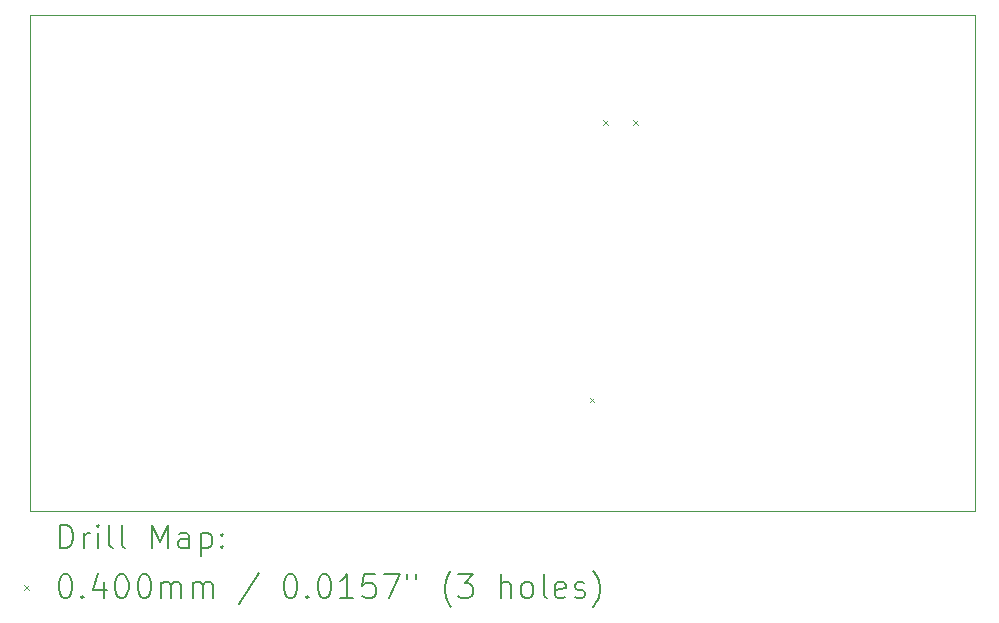
<source format=gbr>
%TF.GenerationSoftware,KiCad,Pcbnew,8.0.2-8.0.2-0~ubuntu22.04.1*%
%TF.CreationDate,2024-05-10T23:44:40+03:00*%
%TF.ProjectId,handle-module,68616e64-6c65-42d6-9d6f-64756c652e6b,rev?*%
%TF.SameCoordinates,Original*%
%TF.FileFunction,Drillmap*%
%TF.FilePolarity,Positive*%
%FSLAX45Y45*%
G04 Gerber Fmt 4.5, Leading zero omitted, Abs format (unit mm)*
G04 Created by KiCad (PCBNEW 8.0.2-8.0.2-0~ubuntu22.04.1) date 2024-05-10 23:44:40*
%MOMM*%
%LPD*%
G01*
G04 APERTURE LIST*
%ADD10C,0.100000*%
%ADD11C,0.200000*%
G04 APERTURE END LIST*
D10*
X5500000Y-7800000D02*
X13500000Y-7800000D01*
X13500000Y-12000000D01*
X5500000Y-12000000D01*
X5500000Y-7800000D01*
D11*
D10*
X10240299Y-11040000D02*
X10280299Y-11080000D01*
X10280299Y-11040000D02*
X10240299Y-11080000D01*
X10356500Y-8692500D02*
X10396500Y-8732500D01*
X10396500Y-8692500D02*
X10356500Y-8732500D01*
X10610500Y-8692500D02*
X10650500Y-8732500D01*
X10650500Y-8692500D02*
X10610500Y-8732500D01*
D11*
X5755777Y-12316484D02*
X5755777Y-12116484D01*
X5755777Y-12116484D02*
X5803396Y-12116484D01*
X5803396Y-12116484D02*
X5831967Y-12126008D01*
X5831967Y-12126008D02*
X5851015Y-12145055D01*
X5851015Y-12145055D02*
X5860539Y-12164103D01*
X5860539Y-12164103D02*
X5870062Y-12202198D01*
X5870062Y-12202198D02*
X5870062Y-12230769D01*
X5870062Y-12230769D02*
X5860539Y-12268865D01*
X5860539Y-12268865D02*
X5851015Y-12287912D01*
X5851015Y-12287912D02*
X5831967Y-12306960D01*
X5831967Y-12306960D02*
X5803396Y-12316484D01*
X5803396Y-12316484D02*
X5755777Y-12316484D01*
X5955777Y-12316484D02*
X5955777Y-12183150D01*
X5955777Y-12221246D02*
X5965301Y-12202198D01*
X5965301Y-12202198D02*
X5974824Y-12192674D01*
X5974824Y-12192674D02*
X5993872Y-12183150D01*
X5993872Y-12183150D02*
X6012920Y-12183150D01*
X6079586Y-12316484D02*
X6079586Y-12183150D01*
X6079586Y-12116484D02*
X6070062Y-12126008D01*
X6070062Y-12126008D02*
X6079586Y-12135531D01*
X6079586Y-12135531D02*
X6089110Y-12126008D01*
X6089110Y-12126008D02*
X6079586Y-12116484D01*
X6079586Y-12116484D02*
X6079586Y-12135531D01*
X6203396Y-12316484D02*
X6184348Y-12306960D01*
X6184348Y-12306960D02*
X6174824Y-12287912D01*
X6174824Y-12287912D02*
X6174824Y-12116484D01*
X6308158Y-12316484D02*
X6289110Y-12306960D01*
X6289110Y-12306960D02*
X6279586Y-12287912D01*
X6279586Y-12287912D02*
X6279586Y-12116484D01*
X6536729Y-12316484D02*
X6536729Y-12116484D01*
X6536729Y-12116484D02*
X6603396Y-12259341D01*
X6603396Y-12259341D02*
X6670062Y-12116484D01*
X6670062Y-12116484D02*
X6670062Y-12316484D01*
X6851015Y-12316484D02*
X6851015Y-12211722D01*
X6851015Y-12211722D02*
X6841491Y-12192674D01*
X6841491Y-12192674D02*
X6822443Y-12183150D01*
X6822443Y-12183150D02*
X6784348Y-12183150D01*
X6784348Y-12183150D02*
X6765301Y-12192674D01*
X6851015Y-12306960D02*
X6831967Y-12316484D01*
X6831967Y-12316484D02*
X6784348Y-12316484D01*
X6784348Y-12316484D02*
X6765301Y-12306960D01*
X6765301Y-12306960D02*
X6755777Y-12287912D01*
X6755777Y-12287912D02*
X6755777Y-12268865D01*
X6755777Y-12268865D02*
X6765301Y-12249817D01*
X6765301Y-12249817D02*
X6784348Y-12240293D01*
X6784348Y-12240293D02*
X6831967Y-12240293D01*
X6831967Y-12240293D02*
X6851015Y-12230769D01*
X6946253Y-12183150D02*
X6946253Y-12383150D01*
X6946253Y-12192674D02*
X6965301Y-12183150D01*
X6965301Y-12183150D02*
X7003396Y-12183150D01*
X7003396Y-12183150D02*
X7022443Y-12192674D01*
X7022443Y-12192674D02*
X7031967Y-12202198D01*
X7031967Y-12202198D02*
X7041491Y-12221246D01*
X7041491Y-12221246D02*
X7041491Y-12278388D01*
X7041491Y-12278388D02*
X7031967Y-12297436D01*
X7031967Y-12297436D02*
X7022443Y-12306960D01*
X7022443Y-12306960D02*
X7003396Y-12316484D01*
X7003396Y-12316484D02*
X6965301Y-12316484D01*
X6965301Y-12316484D02*
X6946253Y-12306960D01*
X7127205Y-12297436D02*
X7136729Y-12306960D01*
X7136729Y-12306960D02*
X7127205Y-12316484D01*
X7127205Y-12316484D02*
X7117682Y-12306960D01*
X7117682Y-12306960D02*
X7127205Y-12297436D01*
X7127205Y-12297436D02*
X7127205Y-12316484D01*
X7127205Y-12192674D02*
X7136729Y-12202198D01*
X7136729Y-12202198D02*
X7127205Y-12211722D01*
X7127205Y-12211722D02*
X7117682Y-12202198D01*
X7117682Y-12202198D02*
X7127205Y-12192674D01*
X7127205Y-12192674D02*
X7127205Y-12211722D01*
D10*
X5455000Y-12625000D02*
X5495000Y-12665000D01*
X5495000Y-12625000D02*
X5455000Y-12665000D01*
D11*
X5793872Y-12536484D02*
X5812920Y-12536484D01*
X5812920Y-12536484D02*
X5831967Y-12546008D01*
X5831967Y-12546008D02*
X5841491Y-12555531D01*
X5841491Y-12555531D02*
X5851015Y-12574579D01*
X5851015Y-12574579D02*
X5860539Y-12612674D01*
X5860539Y-12612674D02*
X5860539Y-12660293D01*
X5860539Y-12660293D02*
X5851015Y-12698388D01*
X5851015Y-12698388D02*
X5841491Y-12717436D01*
X5841491Y-12717436D02*
X5831967Y-12726960D01*
X5831967Y-12726960D02*
X5812920Y-12736484D01*
X5812920Y-12736484D02*
X5793872Y-12736484D01*
X5793872Y-12736484D02*
X5774824Y-12726960D01*
X5774824Y-12726960D02*
X5765301Y-12717436D01*
X5765301Y-12717436D02*
X5755777Y-12698388D01*
X5755777Y-12698388D02*
X5746253Y-12660293D01*
X5746253Y-12660293D02*
X5746253Y-12612674D01*
X5746253Y-12612674D02*
X5755777Y-12574579D01*
X5755777Y-12574579D02*
X5765301Y-12555531D01*
X5765301Y-12555531D02*
X5774824Y-12546008D01*
X5774824Y-12546008D02*
X5793872Y-12536484D01*
X5946253Y-12717436D02*
X5955777Y-12726960D01*
X5955777Y-12726960D02*
X5946253Y-12736484D01*
X5946253Y-12736484D02*
X5936729Y-12726960D01*
X5936729Y-12726960D02*
X5946253Y-12717436D01*
X5946253Y-12717436D02*
X5946253Y-12736484D01*
X6127205Y-12603150D02*
X6127205Y-12736484D01*
X6079586Y-12526960D02*
X6031967Y-12669817D01*
X6031967Y-12669817D02*
X6155777Y-12669817D01*
X6270062Y-12536484D02*
X6289110Y-12536484D01*
X6289110Y-12536484D02*
X6308158Y-12546008D01*
X6308158Y-12546008D02*
X6317682Y-12555531D01*
X6317682Y-12555531D02*
X6327205Y-12574579D01*
X6327205Y-12574579D02*
X6336729Y-12612674D01*
X6336729Y-12612674D02*
X6336729Y-12660293D01*
X6336729Y-12660293D02*
X6327205Y-12698388D01*
X6327205Y-12698388D02*
X6317682Y-12717436D01*
X6317682Y-12717436D02*
X6308158Y-12726960D01*
X6308158Y-12726960D02*
X6289110Y-12736484D01*
X6289110Y-12736484D02*
X6270062Y-12736484D01*
X6270062Y-12736484D02*
X6251015Y-12726960D01*
X6251015Y-12726960D02*
X6241491Y-12717436D01*
X6241491Y-12717436D02*
X6231967Y-12698388D01*
X6231967Y-12698388D02*
X6222443Y-12660293D01*
X6222443Y-12660293D02*
X6222443Y-12612674D01*
X6222443Y-12612674D02*
X6231967Y-12574579D01*
X6231967Y-12574579D02*
X6241491Y-12555531D01*
X6241491Y-12555531D02*
X6251015Y-12546008D01*
X6251015Y-12546008D02*
X6270062Y-12536484D01*
X6460539Y-12536484D02*
X6479586Y-12536484D01*
X6479586Y-12536484D02*
X6498634Y-12546008D01*
X6498634Y-12546008D02*
X6508158Y-12555531D01*
X6508158Y-12555531D02*
X6517682Y-12574579D01*
X6517682Y-12574579D02*
X6527205Y-12612674D01*
X6527205Y-12612674D02*
X6527205Y-12660293D01*
X6527205Y-12660293D02*
X6517682Y-12698388D01*
X6517682Y-12698388D02*
X6508158Y-12717436D01*
X6508158Y-12717436D02*
X6498634Y-12726960D01*
X6498634Y-12726960D02*
X6479586Y-12736484D01*
X6479586Y-12736484D02*
X6460539Y-12736484D01*
X6460539Y-12736484D02*
X6441491Y-12726960D01*
X6441491Y-12726960D02*
X6431967Y-12717436D01*
X6431967Y-12717436D02*
X6422443Y-12698388D01*
X6422443Y-12698388D02*
X6412920Y-12660293D01*
X6412920Y-12660293D02*
X6412920Y-12612674D01*
X6412920Y-12612674D02*
X6422443Y-12574579D01*
X6422443Y-12574579D02*
X6431967Y-12555531D01*
X6431967Y-12555531D02*
X6441491Y-12546008D01*
X6441491Y-12546008D02*
X6460539Y-12536484D01*
X6612920Y-12736484D02*
X6612920Y-12603150D01*
X6612920Y-12622198D02*
X6622443Y-12612674D01*
X6622443Y-12612674D02*
X6641491Y-12603150D01*
X6641491Y-12603150D02*
X6670063Y-12603150D01*
X6670063Y-12603150D02*
X6689110Y-12612674D01*
X6689110Y-12612674D02*
X6698634Y-12631722D01*
X6698634Y-12631722D02*
X6698634Y-12736484D01*
X6698634Y-12631722D02*
X6708158Y-12612674D01*
X6708158Y-12612674D02*
X6727205Y-12603150D01*
X6727205Y-12603150D02*
X6755777Y-12603150D01*
X6755777Y-12603150D02*
X6774824Y-12612674D01*
X6774824Y-12612674D02*
X6784348Y-12631722D01*
X6784348Y-12631722D02*
X6784348Y-12736484D01*
X6879586Y-12736484D02*
X6879586Y-12603150D01*
X6879586Y-12622198D02*
X6889110Y-12612674D01*
X6889110Y-12612674D02*
X6908158Y-12603150D01*
X6908158Y-12603150D02*
X6936729Y-12603150D01*
X6936729Y-12603150D02*
X6955777Y-12612674D01*
X6955777Y-12612674D02*
X6965301Y-12631722D01*
X6965301Y-12631722D02*
X6965301Y-12736484D01*
X6965301Y-12631722D02*
X6974824Y-12612674D01*
X6974824Y-12612674D02*
X6993872Y-12603150D01*
X6993872Y-12603150D02*
X7022443Y-12603150D01*
X7022443Y-12603150D02*
X7041491Y-12612674D01*
X7041491Y-12612674D02*
X7051015Y-12631722D01*
X7051015Y-12631722D02*
X7051015Y-12736484D01*
X7441491Y-12526960D02*
X7270063Y-12784103D01*
X7698634Y-12536484D02*
X7717682Y-12536484D01*
X7717682Y-12536484D02*
X7736729Y-12546008D01*
X7736729Y-12546008D02*
X7746253Y-12555531D01*
X7746253Y-12555531D02*
X7755777Y-12574579D01*
X7755777Y-12574579D02*
X7765301Y-12612674D01*
X7765301Y-12612674D02*
X7765301Y-12660293D01*
X7765301Y-12660293D02*
X7755777Y-12698388D01*
X7755777Y-12698388D02*
X7746253Y-12717436D01*
X7746253Y-12717436D02*
X7736729Y-12726960D01*
X7736729Y-12726960D02*
X7717682Y-12736484D01*
X7717682Y-12736484D02*
X7698634Y-12736484D01*
X7698634Y-12736484D02*
X7679586Y-12726960D01*
X7679586Y-12726960D02*
X7670063Y-12717436D01*
X7670063Y-12717436D02*
X7660539Y-12698388D01*
X7660539Y-12698388D02*
X7651015Y-12660293D01*
X7651015Y-12660293D02*
X7651015Y-12612674D01*
X7651015Y-12612674D02*
X7660539Y-12574579D01*
X7660539Y-12574579D02*
X7670063Y-12555531D01*
X7670063Y-12555531D02*
X7679586Y-12546008D01*
X7679586Y-12546008D02*
X7698634Y-12536484D01*
X7851015Y-12717436D02*
X7860539Y-12726960D01*
X7860539Y-12726960D02*
X7851015Y-12736484D01*
X7851015Y-12736484D02*
X7841491Y-12726960D01*
X7841491Y-12726960D02*
X7851015Y-12717436D01*
X7851015Y-12717436D02*
X7851015Y-12736484D01*
X7984348Y-12536484D02*
X8003396Y-12536484D01*
X8003396Y-12536484D02*
X8022444Y-12546008D01*
X8022444Y-12546008D02*
X8031967Y-12555531D01*
X8031967Y-12555531D02*
X8041491Y-12574579D01*
X8041491Y-12574579D02*
X8051015Y-12612674D01*
X8051015Y-12612674D02*
X8051015Y-12660293D01*
X8051015Y-12660293D02*
X8041491Y-12698388D01*
X8041491Y-12698388D02*
X8031967Y-12717436D01*
X8031967Y-12717436D02*
X8022444Y-12726960D01*
X8022444Y-12726960D02*
X8003396Y-12736484D01*
X8003396Y-12736484D02*
X7984348Y-12736484D01*
X7984348Y-12736484D02*
X7965301Y-12726960D01*
X7965301Y-12726960D02*
X7955777Y-12717436D01*
X7955777Y-12717436D02*
X7946253Y-12698388D01*
X7946253Y-12698388D02*
X7936729Y-12660293D01*
X7936729Y-12660293D02*
X7936729Y-12612674D01*
X7936729Y-12612674D02*
X7946253Y-12574579D01*
X7946253Y-12574579D02*
X7955777Y-12555531D01*
X7955777Y-12555531D02*
X7965301Y-12546008D01*
X7965301Y-12546008D02*
X7984348Y-12536484D01*
X8241491Y-12736484D02*
X8127206Y-12736484D01*
X8184348Y-12736484D02*
X8184348Y-12536484D01*
X8184348Y-12536484D02*
X8165301Y-12565055D01*
X8165301Y-12565055D02*
X8146253Y-12584103D01*
X8146253Y-12584103D02*
X8127206Y-12593627D01*
X8422444Y-12536484D02*
X8327206Y-12536484D01*
X8327206Y-12536484D02*
X8317682Y-12631722D01*
X8317682Y-12631722D02*
X8327206Y-12622198D01*
X8327206Y-12622198D02*
X8346253Y-12612674D01*
X8346253Y-12612674D02*
X8393872Y-12612674D01*
X8393872Y-12612674D02*
X8412920Y-12622198D01*
X8412920Y-12622198D02*
X8422444Y-12631722D01*
X8422444Y-12631722D02*
X8431968Y-12650769D01*
X8431968Y-12650769D02*
X8431968Y-12698388D01*
X8431968Y-12698388D02*
X8422444Y-12717436D01*
X8422444Y-12717436D02*
X8412920Y-12726960D01*
X8412920Y-12726960D02*
X8393872Y-12736484D01*
X8393872Y-12736484D02*
X8346253Y-12736484D01*
X8346253Y-12736484D02*
X8327206Y-12726960D01*
X8327206Y-12726960D02*
X8317682Y-12717436D01*
X8498634Y-12536484D02*
X8631968Y-12536484D01*
X8631968Y-12536484D02*
X8546253Y-12736484D01*
X8698634Y-12536484D02*
X8698634Y-12574579D01*
X8774825Y-12536484D02*
X8774825Y-12574579D01*
X9070063Y-12812674D02*
X9060539Y-12803150D01*
X9060539Y-12803150D02*
X9041491Y-12774579D01*
X9041491Y-12774579D02*
X9031968Y-12755531D01*
X9031968Y-12755531D02*
X9022444Y-12726960D01*
X9022444Y-12726960D02*
X9012920Y-12679341D01*
X9012920Y-12679341D02*
X9012920Y-12641246D01*
X9012920Y-12641246D02*
X9022444Y-12593627D01*
X9022444Y-12593627D02*
X9031968Y-12565055D01*
X9031968Y-12565055D02*
X9041491Y-12546008D01*
X9041491Y-12546008D02*
X9060539Y-12517436D01*
X9060539Y-12517436D02*
X9070063Y-12507912D01*
X9127206Y-12536484D02*
X9251015Y-12536484D01*
X9251015Y-12536484D02*
X9184349Y-12612674D01*
X9184349Y-12612674D02*
X9212920Y-12612674D01*
X9212920Y-12612674D02*
X9231968Y-12622198D01*
X9231968Y-12622198D02*
X9241491Y-12631722D01*
X9241491Y-12631722D02*
X9251015Y-12650769D01*
X9251015Y-12650769D02*
X9251015Y-12698388D01*
X9251015Y-12698388D02*
X9241491Y-12717436D01*
X9241491Y-12717436D02*
X9231968Y-12726960D01*
X9231968Y-12726960D02*
X9212920Y-12736484D01*
X9212920Y-12736484D02*
X9155777Y-12736484D01*
X9155777Y-12736484D02*
X9136730Y-12726960D01*
X9136730Y-12726960D02*
X9127206Y-12717436D01*
X9489111Y-12736484D02*
X9489111Y-12536484D01*
X9574825Y-12736484D02*
X9574825Y-12631722D01*
X9574825Y-12631722D02*
X9565301Y-12612674D01*
X9565301Y-12612674D02*
X9546253Y-12603150D01*
X9546253Y-12603150D02*
X9517682Y-12603150D01*
X9517682Y-12603150D02*
X9498634Y-12612674D01*
X9498634Y-12612674D02*
X9489111Y-12622198D01*
X9698634Y-12736484D02*
X9679587Y-12726960D01*
X9679587Y-12726960D02*
X9670063Y-12717436D01*
X9670063Y-12717436D02*
X9660539Y-12698388D01*
X9660539Y-12698388D02*
X9660539Y-12641246D01*
X9660539Y-12641246D02*
X9670063Y-12622198D01*
X9670063Y-12622198D02*
X9679587Y-12612674D01*
X9679587Y-12612674D02*
X9698634Y-12603150D01*
X9698634Y-12603150D02*
X9727206Y-12603150D01*
X9727206Y-12603150D02*
X9746253Y-12612674D01*
X9746253Y-12612674D02*
X9755777Y-12622198D01*
X9755777Y-12622198D02*
X9765301Y-12641246D01*
X9765301Y-12641246D02*
X9765301Y-12698388D01*
X9765301Y-12698388D02*
X9755777Y-12717436D01*
X9755777Y-12717436D02*
X9746253Y-12726960D01*
X9746253Y-12726960D02*
X9727206Y-12736484D01*
X9727206Y-12736484D02*
X9698634Y-12736484D01*
X9879587Y-12736484D02*
X9860539Y-12726960D01*
X9860539Y-12726960D02*
X9851015Y-12707912D01*
X9851015Y-12707912D02*
X9851015Y-12536484D01*
X10031968Y-12726960D02*
X10012920Y-12736484D01*
X10012920Y-12736484D02*
X9974825Y-12736484D01*
X9974825Y-12736484D02*
X9955777Y-12726960D01*
X9955777Y-12726960D02*
X9946253Y-12707912D01*
X9946253Y-12707912D02*
X9946253Y-12631722D01*
X9946253Y-12631722D02*
X9955777Y-12612674D01*
X9955777Y-12612674D02*
X9974825Y-12603150D01*
X9974825Y-12603150D02*
X10012920Y-12603150D01*
X10012920Y-12603150D02*
X10031968Y-12612674D01*
X10031968Y-12612674D02*
X10041492Y-12631722D01*
X10041492Y-12631722D02*
X10041492Y-12650769D01*
X10041492Y-12650769D02*
X9946253Y-12669817D01*
X10117682Y-12726960D02*
X10136730Y-12736484D01*
X10136730Y-12736484D02*
X10174825Y-12736484D01*
X10174825Y-12736484D02*
X10193873Y-12726960D01*
X10193873Y-12726960D02*
X10203396Y-12707912D01*
X10203396Y-12707912D02*
X10203396Y-12698388D01*
X10203396Y-12698388D02*
X10193873Y-12679341D01*
X10193873Y-12679341D02*
X10174825Y-12669817D01*
X10174825Y-12669817D02*
X10146253Y-12669817D01*
X10146253Y-12669817D02*
X10127206Y-12660293D01*
X10127206Y-12660293D02*
X10117682Y-12641246D01*
X10117682Y-12641246D02*
X10117682Y-12631722D01*
X10117682Y-12631722D02*
X10127206Y-12612674D01*
X10127206Y-12612674D02*
X10146253Y-12603150D01*
X10146253Y-12603150D02*
X10174825Y-12603150D01*
X10174825Y-12603150D02*
X10193873Y-12612674D01*
X10270063Y-12812674D02*
X10279587Y-12803150D01*
X10279587Y-12803150D02*
X10298634Y-12774579D01*
X10298634Y-12774579D02*
X10308158Y-12755531D01*
X10308158Y-12755531D02*
X10317682Y-12726960D01*
X10317682Y-12726960D02*
X10327206Y-12679341D01*
X10327206Y-12679341D02*
X10327206Y-12641246D01*
X10327206Y-12641246D02*
X10317682Y-12593627D01*
X10317682Y-12593627D02*
X10308158Y-12565055D01*
X10308158Y-12565055D02*
X10298634Y-12546008D01*
X10298634Y-12546008D02*
X10279587Y-12517436D01*
X10279587Y-12517436D02*
X10270063Y-12507912D01*
M02*

</source>
